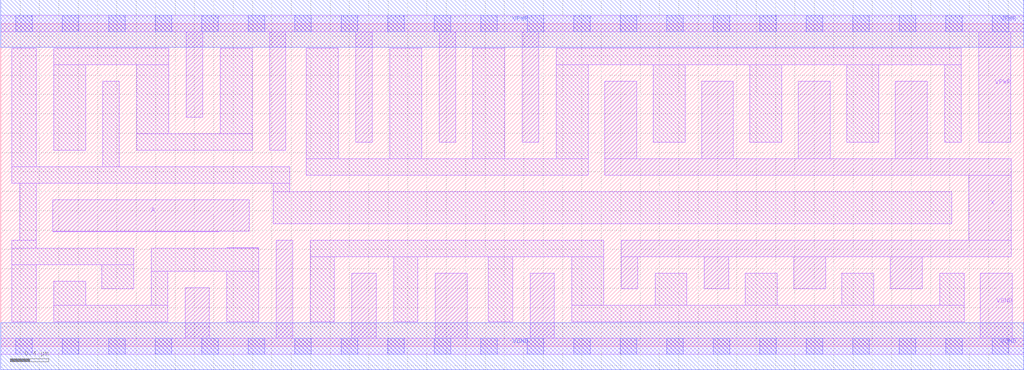
<source format=lef>
# Copyright 2020 The SkyWater PDK Authors
#
# Licensed under the Apache License, Version 2.0 (the "License");
# you may not use this file except in compliance with the License.
# You may obtain a copy of the License at
#
#     https://www.apache.org/licenses/LICENSE-2.0
#
# Unless required by applicable law or agreed to in writing, software
# distributed under the License is distributed on an "AS IS" BASIS,
# WITHOUT WARRANTIES OR CONDITIONS OF ANY KIND, either express or implied.
# See the License for the specific language governing permissions and
# limitations under the License.
#
# SPDX-License-Identifier: Apache-2.0

VERSION 5.7 ;
  NAMESCASESENSITIVE ON ;
  NOWIREEXTENSIONATPIN ON ;
  DIVIDERCHAR "/" ;
  BUSBITCHARS "[]" ;
UNITS
  DATABASE MICRONS 200 ;
END UNITS
MACRO sky130_fd_sc_lp__buflp_8
  CLASS CORE ;
  SOURCE USER ;
  FOREIGN sky130_fd_sc_lp__buflp_8 ;
  ORIGIN  0.000000  0.000000 ;
  SIZE  10.56000 BY  3.330000 ;
  SYMMETRY X Y R90 ;
  SITE unit ;
  PIN A
    ANTENNAGATEAREA  1.890000 ;
    DIRECTION INPUT ;
    USE SIGNAL ;
    PORT
      LAYER li1 ;
        RECT 0.535000 1.180000 2.255000 1.185000 ;
        RECT 0.535000 1.185000 2.565000 1.515000 ;
    END
  END A
  PIN X
    ANTENNADIFFAREA  2.822400 ;
    DIRECTION OUTPUT ;
    USE SIGNAL ;
    PORT
      LAYER li1 ;
        RECT 6.235000 1.765000 10.435000 1.935000 ;
        RECT 6.235000 1.935000  6.565000 2.735000 ;
        RECT 6.405000 0.595000  6.575000 0.925000 ;
        RECT 6.405000 0.925000 10.435000 1.095000 ;
        RECT 7.235000 1.935000  7.565000 2.735000 ;
        RECT 7.265000 0.595000  7.515000 0.925000 ;
        RECT 8.185000 0.595000  8.515000 0.925000 ;
        RECT 8.235000 1.935000  8.565000 2.735000 ;
        RECT 9.185000 0.595000  9.515000 0.925000 ;
        RECT 9.235000 1.935000  9.565000 2.735000 ;
        RECT 9.995000 1.095000 10.435000 1.765000 ;
    END
  END X
  PIN VGND
    DIRECTION INOUT ;
    USE GROUND ;
    PORT
      LAYER li1 ;
        RECT  0.000000 -0.085000 10.560000 0.085000 ;
        RECT  1.905000  0.085000  2.155000 0.605000 ;
        RECT  2.845000  0.085000  3.015000 1.095000 ;
        RECT  3.625000  0.085000  3.875000 0.755000 ;
        RECT  4.485000  0.085000  4.815000 0.755000 ;
        RECT  5.465000  0.085000  5.715000 0.755000 ;
        RECT 10.115000  0.085000 10.445000 0.755000 ;
      LAYER mcon ;
        RECT  0.155000 -0.085000  0.325000 0.085000 ;
        RECT  0.635000 -0.085000  0.805000 0.085000 ;
        RECT  1.115000 -0.085000  1.285000 0.085000 ;
        RECT  1.595000 -0.085000  1.765000 0.085000 ;
        RECT  2.075000 -0.085000  2.245000 0.085000 ;
        RECT  2.555000 -0.085000  2.725000 0.085000 ;
        RECT  3.035000 -0.085000  3.205000 0.085000 ;
        RECT  3.515000 -0.085000  3.685000 0.085000 ;
        RECT  3.995000 -0.085000  4.165000 0.085000 ;
        RECT  4.475000 -0.085000  4.645000 0.085000 ;
        RECT  4.955000 -0.085000  5.125000 0.085000 ;
        RECT  5.435000 -0.085000  5.605000 0.085000 ;
        RECT  5.915000 -0.085000  6.085000 0.085000 ;
        RECT  6.395000 -0.085000  6.565000 0.085000 ;
        RECT  6.875000 -0.085000  7.045000 0.085000 ;
        RECT  7.355000 -0.085000  7.525000 0.085000 ;
        RECT  7.835000 -0.085000  8.005000 0.085000 ;
        RECT  8.315000 -0.085000  8.485000 0.085000 ;
        RECT  8.795000 -0.085000  8.965000 0.085000 ;
        RECT  9.275000 -0.085000  9.445000 0.085000 ;
        RECT  9.755000 -0.085000  9.925000 0.085000 ;
        RECT 10.235000 -0.085000 10.405000 0.085000 ;
      LAYER met1 ;
        RECT 0.000000 -0.245000 10.560000 0.245000 ;
    END
  END VGND
  PIN VPWR
    DIRECTION INOUT ;
    USE POWER ;
    PORT
      LAYER li1 ;
        RECT  0.000000 3.245000 10.560000 3.415000 ;
        RECT  1.915000 2.365000  2.085000 3.245000 ;
        RECT  2.775000 2.025000  2.945000 3.245000 ;
        RECT  3.665000 2.105000  3.835000 3.245000 ;
        RECT  4.525000 2.105000  4.695000 3.245000 ;
        RECT  5.385000 2.105000  5.555000 3.245000 ;
        RECT 10.095000 2.105000 10.425000 3.245000 ;
      LAYER mcon ;
        RECT  0.155000 3.245000  0.325000 3.415000 ;
        RECT  0.635000 3.245000  0.805000 3.415000 ;
        RECT  1.115000 3.245000  1.285000 3.415000 ;
        RECT  1.595000 3.245000  1.765000 3.415000 ;
        RECT  2.075000 3.245000  2.245000 3.415000 ;
        RECT  2.555000 3.245000  2.725000 3.415000 ;
        RECT  3.035000 3.245000  3.205000 3.415000 ;
        RECT  3.515000 3.245000  3.685000 3.415000 ;
        RECT  3.995000 3.245000  4.165000 3.415000 ;
        RECT  4.475000 3.245000  4.645000 3.415000 ;
        RECT  4.955000 3.245000  5.125000 3.415000 ;
        RECT  5.435000 3.245000  5.605000 3.415000 ;
        RECT  5.915000 3.245000  6.085000 3.415000 ;
        RECT  6.395000 3.245000  6.565000 3.415000 ;
        RECT  6.875000 3.245000  7.045000 3.415000 ;
        RECT  7.355000 3.245000  7.525000 3.415000 ;
        RECT  7.835000 3.245000  8.005000 3.415000 ;
        RECT  8.315000 3.245000  8.485000 3.415000 ;
        RECT  8.795000 3.245000  8.965000 3.415000 ;
        RECT  9.275000 3.245000  9.445000 3.415000 ;
        RECT  9.755000 3.245000  9.925000 3.415000 ;
        RECT 10.235000 3.245000 10.405000 3.415000 ;
      LAYER met1 ;
        RECT 0.000000 3.085000 10.560000 3.575000 ;
    END
  END VPWR
  OBS
    LAYER li1 ;
      RECT 0.115000 0.255000 0.365000 0.840000 ;
      RECT 0.115000 0.840000 1.375000 1.010000 ;
      RECT 0.115000 1.010000 0.365000 1.095000 ;
      RECT 0.115000 1.685000 2.985000 1.855000 ;
      RECT 0.115000 1.855000 0.365000 3.075000 ;
      RECT 0.195000 1.095000 0.365000 1.685000 ;
      RECT 0.545000 0.255000 1.725000 0.425000 ;
      RECT 0.545000 0.425000 0.875000 0.670000 ;
      RECT 0.545000 2.025000 0.875000 2.905000 ;
      RECT 0.545000 2.905000 1.735000 3.075000 ;
      RECT 1.045000 0.595000 1.375000 0.840000 ;
      RECT 1.055000 1.855000 1.225000 2.735000 ;
      RECT 1.405000 2.025000 2.595000 2.195000 ;
      RECT 1.405000 2.195000 1.735000 2.905000 ;
      RECT 1.555000 0.425000 1.725000 0.775000 ;
      RECT 1.555000 0.775000 2.665000 1.010000 ;
      RECT 2.265000 2.195000 2.595000 3.075000 ;
      RECT 2.335000 0.255000 2.665000 0.775000 ;
      RECT 2.335000 1.010000 2.665000 1.015000 ;
      RECT 2.815000 1.265000 9.820000 1.595000 ;
      RECT 2.815000 1.595000 2.985000 1.685000 ;
      RECT 3.155000 1.765000 6.065000 1.935000 ;
      RECT 3.155000 1.935000 3.485000 3.075000 ;
      RECT 3.195000 0.255000 3.445000 0.925000 ;
      RECT 3.195000 0.925000 6.225000 1.095000 ;
      RECT 4.015000 1.935000 4.345000 3.075000 ;
      RECT 4.055000 0.255000 4.305000 0.925000 ;
      RECT 4.875000 1.935000 5.205000 3.075000 ;
      RECT 5.035000 0.255000 5.285000 0.925000 ;
      RECT 5.735000 1.935000 6.065000 2.905000 ;
      RECT 5.735000 2.905000 9.915000 3.075000 ;
      RECT 5.895000 0.255000 9.945000 0.425000 ;
      RECT 5.895000 0.425000 6.225000 0.925000 ;
      RECT 6.735000 2.105000 7.065000 2.905000 ;
      RECT 6.755000 0.425000 7.085000 0.755000 ;
      RECT 7.685000 0.425000 8.015000 0.755000 ;
      RECT 7.735000 2.105000 8.065000 2.905000 ;
      RECT 8.685000 0.425000 9.015000 0.755000 ;
      RECT 8.735000 2.105000 9.065000 2.905000 ;
      RECT 9.695000 0.425000 9.945000 0.755000 ;
      RECT 9.745000 2.105000 9.915000 2.905000 ;
  END
END sky130_fd_sc_lp__buflp_8

</source>
